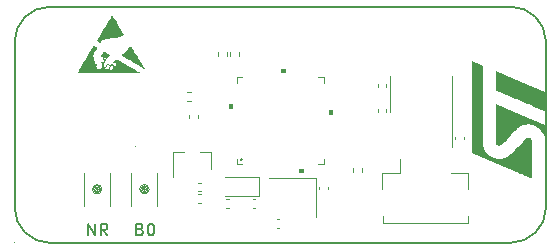
<source format=gbr>
%TF.GenerationSoftware,KiCad,Pcbnew,(7.0.0)*%
%TF.CreationDate,2023-04-19T19:20:55+08:00*%
%TF.ProjectId,Commander,436f6d6d-616e-4646-9572-2e6b69636164,rev?*%
%TF.SameCoordinates,Original*%
%TF.FileFunction,Legend,Top*%
%TF.FilePolarity,Positive*%
%FSLAX46Y46*%
G04 Gerber Fmt 4.6, Leading zero omitted, Abs format (unit mm)*
G04 Created by KiCad (PCBNEW (7.0.0)) date 2023-04-19 19:20:55*
%MOMM*%
%LPD*%
G01*
G04 APERTURE LIST*
%ADD10C,0.200000*%
%ADD11C,0.010050*%
%ADD12C,0.150000*%
%ADD13C,0.120000*%
%ADD14C,0.100000*%
G04 APERTURE END LIST*
D10*
X116800000Y-78675000D02*
X116800000Y-64675000D01*
X161800000Y-64675000D02*
X161800000Y-78675000D01*
X161800000Y-64675000D02*
G75*
G03*
X158800000Y-61675000I-3000000J0D01*
G01*
X119800000Y-61675000D02*
X158800000Y-61675000D01*
X119800000Y-61675000D02*
G75*
G03*
X116800000Y-64675000I0J-3000000D01*
G01*
X158800000Y-81675000D02*
X119800000Y-81675000D01*
X116800000Y-78675000D02*
G75*
G03*
X119800000Y-81675000I3000000J0D01*
G01*
D11*
X116805025Y-81675000D02*
G75*
G03*
X116805025Y-81675000I-5025J0D01*
G01*
D10*
X158800000Y-81675000D02*
G75*
G03*
X161800000Y-78675000I0J3000000D01*
G01*
D12*
X127441428Y-80528571D02*
X127584285Y-80576190D01*
X127584285Y-80576190D02*
X127631904Y-80623809D01*
X127631904Y-80623809D02*
X127679523Y-80719047D01*
X127679523Y-80719047D02*
X127679523Y-80861904D01*
X127679523Y-80861904D02*
X127631904Y-80957142D01*
X127631904Y-80957142D02*
X127584285Y-81004761D01*
X127584285Y-81004761D02*
X127489047Y-81052380D01*
X127489047Y-81052380D02*
X127108095Y-81052380D01*
X127108095Y-81052380D02*
X127108095Y-80052380D01*
X127108095Y-80052380D02*
X127441428Y-80052380D01*
X127441428Y-80052380D02*
X127536666Y-80100000D01*
X127536666Y-80100000D02*
X127584285Y-80147619D01*
X127584285Y-80147619D02*
X127631904Y-80242857D01*
X127631904Y-80242857D02*
X127631904Y-80338095D01*
X127631904Y-80338095D02*
X127584285Y-80433333D01*
X127584285Y-80433333D02*
X127536666Y-80480952D01*
X127536666Y-80480952D02*
X127441428Y-80528571D01*
X127441428Y-80528571D02*
X127108095Y-80528571D01*
X128298571Y-80052380D02*
X128393809Y-80052380D01*
X128393809Y-80052380D02*
X128489047Y-80100000D01*
X128489047Y-80100000D02*
X128536666Y-80147619D01*
X128536666Y-80147619D02*
X128584285Y-80242857D01*
X128584285Y-80242857D02*
X128631904Y-80433333D01*
X128631904Y-80433333D02*
X128631904Y-80671428D01*
X128631904Y-80671428D02*
X128584285Y-80861904D01*
X128584285Y-80861904D02*
X128536666Y-80957142D01*
X128536666Y-80957142D02*
X128489047Y-81004761D01*
X128489047Y-81004761D02*
X128393809Y-81052380D01*
X128393809Y-81052380D02*
X128298571Y-81052380D01*
X128298571Y-81052380D02*
X128203333Y-81004761D01*
X128203333Y-81004761D02*
X128155714Y-80957142D01*
X128155714Y-80957142D02*
X128108095Y-80861904D01*
X128108095Y-80861904D02*
X128060476Y-80671428D01*
X128060476Y-80671428D02*
X128060476Y-80433333D01*
X128060476Y-80433333D02*
X128108095Y-80242857D01*
X128108095Y-80242857D02*
X128155714Y-80147619D01*
X128155714Y-80147619D02*
X128203333Y-80100000D01*
X128203333Y-80100000D02*
X128298571Y-80052380D01*
X123038095Y-81052380D02*
X123038095Y-80052380D01*
X123038095Y-80052380D02*
X123609523Y-81052380D01*
X123609523Y-81052380D02*
X123609523Y-80052380D01*
X124657142Y-81052380D02*
X124323809Y-80576190D01*
X124085714Y-81052380D02*
X124085714Y-80052380D01*
X124085714Y-80052380D02*
X124466666Y-80052380D01*
X124466666Y-80052380D02*
X124561904Y-80100000D01*
X124561904Y-80100000D02*
X124609523Y-80147619D01*
X124609523Y-80147619D02*
X124657142Y-80242857D01*
X124657142Y-80242857D02*
X124657142Y-80385714D01*
X124657142Y-80385714D02*
X124609523Y-80480952D01*
X124609523Y-80480952D02*
X124561904Y-80528571D01*
X124561904Y-80528571D02*
X124466666Y-80576190D01*
X124466666Y-80576190D02*
X124085714Y-80576190D01*
D13*
%TO.C,SW2*%
X126695000Y-78540000D02*
X126695000Y-75740000D01*
X128895000Y-75740000D02*
X128895000Y-78540000D01*
X127795000Y-77140000D02*
G75*
G03*
X127795000Y-77140000I0J0D01*
G01*
X127895000Y-77140000D02*
G75*
G03*
X127895000Y-77140000I-100000J0D01*
G01*
X127995000Y-77140000D02*
G75*
G03*
X127995000Y-77140000I-200000J0D01*
G01*
X128095000Y-77140000D02*
G75*
G03*
X128095000Y-77140000I-300000J0D01*
G01*
X128195000Y-77140000D02*
G75*
G03*
X128195000Y-77140000I-400000J0D01*
G01*
D14*
%TO.C,D3*%
X127020000Y-73520000D02*
G75*
G03*
X127020000Y-73520000I-50000J0D01*
G01*
D13*
%TO.C,R10*%
X146205000Y-75346359D02*
X146205000Y-75653641D01*
X145445000Y-75346359D02*
X145445000Y-75653641D01*
%TO.C,R5*%
X134020000Y-65843641D02*
X134020000Y-65536359D01*
X134780000Y-65843641D02*
X134780000Y-65536359D01*
%TO.C,Y1*%
X142310000Y-79470000D02*
X142310000Y-76170000D01*
X142310000Y-76170000D02*
X138310000Y-76170000D01*
%TO.C,R13*%
X131436359Y-68930001D02*
X131743641Y-68930001D01*
X131436359Y-69690001D02*
X131743641Y-69690001D01*
%TO.C,D1*%
X130240000Y-73950000D02*
X130240000Y-76110000D01*
X130240000Y-73950000D02*
X131170000Y-73950000D01*
X133400000Y-73950000D02*
X133400000Y-75410000D01*
X133400000Y-73950000D02*
X132470000Y-73950000D01*
%TO.C,C13*%
X143320000Y-76942164D02*
X143320000Y-77157836D01*
X142600000Y-76942164D02*
X142600000Y-77157836D01*
%TO.C,C8*%
X147565000Y-70562836D02*
X147565000Y-70347164D01*
X148285000Y-70562836D02*
X148285000Y-70347164D01*
D14*
%TO.C,D7*%
X133045000Y-68310000D02*
G75*
G03*
X133045000Y-68310000I-50000J0D01*
G01*
D13*
%TO.C,R2*%
X132291359Y-77560000D02*
X132598641Y-77560000D01*
X132291359Y-78320000D02*
X132598641Y-78320000D01*
D14*
%TO.C,D2*%
X122857500Y-73560000D02*
G75*
G03*
X122857500Y-73560000I-50000J0D01*
G01*
D13*
%TO.C,C15*%
X136961665Y-77985000D02*
X137193335Y-77985000D01*
X136961665Y-78705000D02*
X137193335Y-78705000D01*
%TO.C,J3*%
X147920000Y-75790000D02*
X147920000Y-77130000D01*
X147970000Y-79390000D02*
X147970000Y-79960000D01*
X147970000Y-79990000D02*
X155220000Y-79990000D01*
X149410000Y-75790000D02*
X147920000Y-75790000D01*
X149410000Y-75790000D02*
X149410000Y-74590000D01*
X153730000Y-75790000D02*
X155220000Y-75790000D01*
X155220000Y-75790000D02*
X155220000Y-77130000D01*
X155220000Y-79990000D02*
X155220000Y-79390000D01*
%TO.C,U3*%
X153810000Y-73575000D02*
X153810000Y-67575000D01*
X148590000Y-70575000D02*
X148590000Y-67575000D01*
%TO.C,G\u002A\u002A\u002A*%
G36*
X125145256Y-62496739D02*
G01*
X125175274Y-62545849D01*
X125223337Y-62624978D01*
X125285530Y-62727661D01*
X125357942Y-62847433D01*
X125436660Y-62977830D01*
X125495901Y-63076086D01*
X125582674Y-63219856D01*
X125671505Y-63366624D01*
X125757117Y-63507699D01*
X125834230Y-63634392D01*
X125897569Y-63738013D01*
X125924412Y-63781682D01*
X125978955Y-63871480D01*
X126024241Y-63948593D01*
X126056061Y-64005663D01*
X126070205Y-64035329D01*
X126070549Y-64037173D01*
X126051861Y-64055789D01*
X126001302Y-64085709D01*
X125926898Y-64123350D01*
X125836673Y-64165131D01*
X125738651Y-64207468D01*
X125640857Y-64246779D01*
X125551316Y-64279481D01*
X125478053Y-64301992D01*
X125476444Y-64302408D01*
X125382290Y-64322883D01*
X125287930Y-64337442D01*
X125214791Y-64342892D01*
X125089494Y-64347898D01*
X124939781Y-64361513D01*
X124782454Y-64381638D01*
X124634308Y-64406171D01*
X124529410Y-64428609D01*
X124367364Y-64479312D01*
X124243375Y-64542620D01*
X124154331Y-64620265D01*
X124131438Y-64650276D01*
X124095291Y-64696212D01*
X124065786Y-64721612D01*
X124058684Y-64723505D01*
X124030444Y-64712569D01*
X123976882Y-64686143D01*
X123909648Y-64649977D01*
X123845976Y-64610191D01*
X123801046Y-64573868D01*
X123784429Y-64548767D01*
X123784448Y-64548475D01*
X123795731Y-64523932D01*
X123826749Y-64467272D01*
X123875042Y-64382716D01*
X123938145Y-64274485D01*
X124013597Y-64146802D01*
X124098935Y-64003886D01*
X124191698Y-63849958D01*
X124197903Y-63839709D01*
X124303829Y-63664775D01*
X124413875Y-63482966D01*
X124523387Y-63301975D01*
X124627711Y-63129498D01*
X124722193Y-62973227D01*
X124802179Y-62840858D01*
X124842839Y-62773521D01*
X125076863Y-62385792D01*
X125145256Y-62496739D01*
G37*
G36*
X126688444Y-65046646D02*
G01*
X126719121Y-65096620D01*
X126762498Y-65168433D01*
X126814078Y-65254685D01*
X126816289Y-65258399D01*
X126875165Y-65356690D01*
X126948737Y-65478559D01*
X127029335Y-65611349D01*
X127109287Y-65742406D01*
X127145387Y-65801316D01*
X127215876Y-65916485D01*
X127284624Y-66029422D01*
X127345992Y-66130823D01*
X127394345Y-66211384D01*
X127416276Y-66248425D01*
X127454633Y-66313086D01*
X127508993Y-66403646D01*
X127573089Y-66509711D01*
X127640650Y-66620887D01*
X127665186Y-66661099D01*
X127724160Y-66758478D01*
X127773804Y-66842078D01*
X127810495Y-66905664D01*
X127830609Y-66943003D01*
X127833213Y-66950214D01*
X127813198Y-66942595D01*
X127765826Y-66918626D01*
X127700654Y-66883183D01*
X127688776Y-66876527D01*
X127525618Y-66784242D01*
X127386603Y-66704397D01*
X127258402Y-66629206D01*
X127127688Y-66550883D01*
X127035101Y-66494628D01*
X126995640Y-66470611D01*
X126956326Y-66446860D01*
X126912406Y-66420569D01*
X126859128Y-66388928D01*
X126791738Y-66349130D01*
X126705486Y-66298366D01*
X126595619Y-66233829D01*
X126457383Y-66152710D01*
X126330170Y-66078090D01*
X126204229Y-66004680D01*
X126090102Y-65939025D01*
X125993010Y-65884059D01*
X125918175Y-65842715D01*
X125870818Y-65817925D01*
X125856448Y-65811962D01*
X125837186Y-65802273D01*
X125855027Y-65773820D01*
X125909315Y-65727525D01*
X125924561Y-65716153D01*
X125984163Y-65666878D01*
X126058839Y-65597030D01*
X126141427Y-65514265D01*
X126224765Y-65426236D01*
X126301692Y-65340597D01*
X126365046Y-65265003D01*
X126407667Y-65207108D01*
X126418460Y-65188270D01*
X126463844Y-65127320D01*
X126541083Y-65076157D01*
X126559363Y-65067249D01*
X126619380Y-65041235D01*
X126661860Y-65026750D01*
X126674966Y-65025912D01*
X126688444Y-65046646D01*
G37*
G36*
X124086825Y-66221900D02*
G01*
X124152592Y-66221900D01*
X124155130Y-66284680D01*
X124163576Y-66325841D01*
X124179777Y-66355836D01*
X124198442Y-66377625D01*
X124244919Y-66416100D01*
X124280878Y-66415251D01*
X124314128Y-66374191D01*
X124319712Y-66363843D01*
X124336345Y-66295873D01*
X124333033Y-66227866D01*
X124327777Y-66174527D01*
X124323726Y-66095304D01*
X124321082Y-66002820D01*
X124321061Y-66000968D01*
X124351140Y-66000968D01*
X124367871Y-66058509D01*
X124399139Y-66104033D01*
X124439948Y-66129065D01*
X124485302Y-66125129D01*
X124512180Y-66105776D01*
X124536438Y-66054018D01*
X124528986Y-65988374D01*
X124491913Y-65920857D01*
X124477085Y-65903856D01*
X124437821Y-65864714D01*
X124414666Y-65853682D01*
X124394413Y-65867986D01*
X124381276Y-65883737D01*
X124353942Y-65939886D01*
X124351140Y-66000968D01*
X124321061Y-66000968D01*
X124320049Y-65909701D01*
X124320832Y-65828571D01*
X124321678Y-65811521D01*
X124520548Y-65811521D01*
X124523388Y-65873060D01*
X124549448Y-65928927D01*
X124559020Y-65939707D01*
X124602916Y-65973868D01*
X124635150Y-65981194D01*
X124646245Y-65966321D01*
X124647945Y-65937619D01*
X124650117Y-65880832D01*
X124651568Y-65833552D01*
X124650822Y-65763092D01*
X124641944Y-65725284D01*
X124622503Y-65710582D01*
X124620154Y-65710066D01*
X124572051Y-65718305D01*
X124537809Y-65756030D01*
X124520548Y-65811521D01*
X124321678Y-65811521D01*
X124323635Y-65772055D01*
X124325455Y-65758735D01*
X124328815Y-65708528D01*
X124326734Y-65695818D01*
X124390272Y-65695818D01*
X124401583Y-65749063D01*
X124413735Y-65764615D01*
X124446843Y-65777222D01*
X124475980Y-65755435D01*
X124493292Y-65707265D01*
X124495147Y-65681610D01*
X124483663Y-65633135D01*
X124453574Y-65621228D01*
X124414242Y-65645893D01*
X124390272Y-65695818D01*
X124326734Y-65695818D01*
X124321481Y-65663737D01*
X124306574Y-65641886D01*
X124304613Y-65641635D01*
X124274077Y-65659385D01*
X124236631Y-65704044D01*
X124200517Y-65762726D01*
X124173976Y-65822546D01*
X124165403Y-65859281D01*
X124162056Y-65912032D01*
X124158451Y-65993074D01*
X124155189Y-66088123D01*
X124154110Y-66127049D01*
X124152592Y-66221900D01*
X124086825Y-66221900D01*
X124086856Y-66208244D01*
X124092653Y-66126556D01*
X124099912Y-66046067D01*
X124122557Y-65801128D01*
X124233900Y-65653488D01*
X124285297Y-65584094D01*
X124326305Y-65526408D01*
X124350384Y-65489719D01*
X124353721Y-65483255D01*
X124376157Y-65478441D01*
X124425943Y-65496264D01*
X124455286Y-65511120D01*
X124606252Y-65594557D01*
X124722744Y-65662461D01*
X124803648Y-65714135D01*
X124847847Y-65748879D01*
X124856370Y-65762144D01*
X124843803Y-65786369D01*
X124808639Y-65837173D01*
X124755457Y-65908355D01*
X124688839Y-65993716D01*
X124644648Y-66048758D01*
X124547523Y-66171683D01*
X124475503Y-66272333D01*
X124424401Y-66359339D01*
X124390026Y-66441330D01*
X124368192Y-66526935D01*
X124354708Y-66624784D01*
X124352235Y-66651206D01*
X124346425Y-66728047D01*
X124346902Y-66770675D01*
X124355138Y-66787184D01*
X124372601Y-66785668D01*
X124376401Y-66784274D01*
X124424337Y-66771803D01*
X124443114Y-66770051D01*
X124472310Y-66752821D01*
X124503273Y-66710929D01*
X124505473Y-66706796D01*
X124564659Y-66621337D01*
X124633837Y-66570223D01*
X124692179Y-66557142D01*
X124778176Y-66573470D01*
X124850121Y-66616773D01*
X124870402Y-66639173D01*
X124883208Y-66646664D01*
X124904708Y-66640330D01*
X124938982Y-66616916D01*
X124990108Y-66573167D01*
X125019939Y-66545291D01*
X125137617Y-66545291D01*
X125168970Y-66614972D01*
X125187388Y-66638765D01*
X125249237Y-66687160D01*
X125315768Y-66694996D01*
X125378272Y-66663966D01*
X125397993Y-66625931D01*
X125408806Y-66562828D01*
X125410293Y-66491316D01*
X125402037Y-66428052D01*
X125385105Y-66391073D01*
X125333530Y-66367170D01*
X125268020Y-66378141D01*
X125199379Y-66420644D01*
X125147686Y-66481730D01*
X125137617Y-66545291D01*
X125019939Y-66545291D01*
X125062166Y-66505831D01*
X125159237Y-66411652D01*
X125175020Y-66396173D01*
X125264341Y-66308517D01*
X125342899Y-66231462D01*
X125405759Y-66169844D01*
X125447988Y-66128499D01*
X125464590Y-66112323D01*
X125485548Y-66117371D01*
X125508724Y-66133614D01*
X125546022Y-66159927D01*
X125605908Y-66197201D01*
X125657426Y-66227134D01*
X125709300Y-66256743D01*
X125790758Y-66303742D01*
X125894652Y-66363984D01*
X126013834Y-66433321D01*
X126141154Y-66507603D01*
X126192245Y-66537471D01*
X126316095Y-66609909D01*
X126430203Y-66676635D01*
X126528549Y-66734128D01*
X126605111Y-66778870D01*
X126653868Y-66807340D01*
X126665731Y-66814252D01*
X126712291Y-66842485D01*
X126740249Y-66861016D01*
X126767767Y-66878793D01*
X126819898Y-66910658D01*
X126887242Y-66951054D01*
X126960400Y-66994424D01*
X127029974Y-67035212D01*
X127086565Y-67067860D01*
X127120774Y-67086811D01*
X127126539Y-67089414D01*
X127146006Y-67099725D01*
X127193619Y-67127454D01*
X127261201Y-67167795D01*
X127307628Y-67195868D01*
X127482898Y-67302322D01*
X122106930Y-67302322D01*
X122158337Y-67211836D01*
X122181218Y-67172774D01*
X122223309Y-67102138D01*
X122281711Y-67004745D01*
X122353524Y-66885413D01*
X122435849Y-66748961D01*
X122525788Y-66600207D01*
X122609912Y-66461333D01*
X122714736Y-66288372D01*
X122823796Y-66108300D01*
X122932329Y-65928986D01*
X123035575Y-65758299D01*
X123128774Y-65604108D01*
X123207164Y-65474284D01*
X123241059Y-65418081D01*
X123311159Y-65301910D01*
X123374654Y-65196949D01*
X123427956Y-65109106D01*
X123467478Y-65044289D01*
X123489632Y-65008408D01*
X123492222Y-65004370D01*
X123508965Y-64991321D01*
X123538202Y-64994070D01*
X123588585Y-65014861D01*
X123647155Y-65044533D01*
X123716275Y-65081623D01*
X123770556Y-65112328D01*
X123798781Y-65130291D01*
X123799346Y-65130775D01*
X123799889Y-65150059D01*
X123782033Y-65192989D01*
X123744372Y-65262068D01*
X123685501Y-65359799D01*
X123604016Y-65488687D01*
X123561585Y-65554450D01*
X123521532Y-65622229D01*
X123493841Y-65687331D01*
X123478839Y-65755860D01*
X123476854Y-65833922D01*
X123488212Y-65927624D01*
X123513242Y-66043071D01*
X123552270Y-66186370D01*
X123604829Y-66361051D01*
X123635073Y-66457492D01*
X123657058Y-66519920D01*
X123674823Y-66555090D01*
X123692406Y-66569758D01*
X123713847Y-66570678D01*
X123728479Y-66567831D01*
X123786319Y-66570505D01*
X123823755Y-66598917D01*
X123844785Y-66632148D01*
X123835667Y-66642333D01*
X123804902Y-66624294D01*
X123795920Y-66615870D01*
X123766667Y-66606070D01*
X123742577Y-66631141D01*
X123729743Y-66683380D01*
X123729002Y-66700425D01*
X123737816Y-66759013D01*
X123760494Y-66825911D01*
X123790372Y-66885900D01*
X123820788Y-66923759D01*
X123828838Y-66928456D01*
X123874164Y-66926503D01*
X123910122Y-66891237D01*
X123924338Y-66848345D01*
X123931458Y-66828247D01*
X123945563Y-66839361D01*
X123970489Y-66885469D01*
X123978165Y-66901443D01*
X124016821Y-66974685D01*
X124048474Y-67011407D01*
X124078939Y-67015695D01*
X124110784Y-66994625D01*
X124154429Y-66929976D01*
X124160187Y-66910501D01*
X124498463Y-66910501D01*
X124500103Y-66960973D01*
X124502746Y-66972052D01*
X124532425Y-66995693D01*
X124588546Y-67003729D01*
X124657615Y-66995330D01*
X124694911Y-66983910D01*
X124760891Y-66936929D01*
X124770391Y-66921214D01*
X124857092Y-66921214D01*
X124875418Y-66962993D01*
X124921948Y-66990144D01*
X124984002Y-66999961D01*
X125048906Y-66989735D01*
X125087521Y-66970429D01*
X125114549Y-66946219D01*
X125128048Y-66913904D01*
X125131335Y-66860626D01*
X125129517Y-66807639D01*
X125118217Y-66713518D01*
X125095045Y-66659875D01*
X125059332Y-66646106D01*
X125010411Y-66671608D01*
X124994367Y-66685600D01*
X124950202Y-66736633D01*
X124906896Y-66801975D01*
X124873073Y-66866825D01*
X124857356Y-66916382D01*
X124857092Y-66921214D01*
X124770391Y-66921214D01*
X124809789Y-66856044D01*
X124835949Y-66758425D01*
X124842730Y-66700000D01*
X124835599Y-66669065D01*
X124808393Y-66651239D01*
X124786536Y-66643166D01*
X124722915Y-66625122D01*
X124676316Y-66628010D01*
X124629040Y-66655753D01*
X124592818Y-66686108D01*
X124536346Y-66749621D01*
X124508394Y-66823608D01*
X124504536Y-66845528D01*
X124498463Y-66910501D01*
X124160187Y-66910501D01*
X124182084Y-66836436D01*
X124193426Y-66724709D01*
X124188130Y-66605500D01*
X124165873Y-66489512D01*
X124129017Y-66392636D01*
X124106940Y-66347241D01*
X124093132Y-66308261D01*
X124086726Y-66265371D01*
X124086825Y-66221900D01*
G37*
%TO.C,Y2*%
X137485000Y-77720000D02*
X137485000Y-76120000D01*
X137485000Y-76120000D02*
X134635000Y-76120000D01*
X134635000Y-77720000D02*
X137485000Y-77720000D01*
%TO.C,G\u002A\u002A\u002A*%
G36*
X159650398Y-68044760D02*
G01*
X161736219Y-68945434D01*
X161738780Y-69748899D01*
X161739227Y-69894564D01*
X161739561Y-70021503D01*
X161739759Y-70130988D01*
X161739796Y-70224293D01*
X161739649Y-70302690D01*
X161739294Y-70367453D01*
X161738706Y-70419856D01*
X161737862Y-70461171D01*
X161736738Y-70492671D01*
X161735309Y-70515629D01*
X161733553Y-70531320D01*
X161731445Y-70541015D01*
X161728960Y-70545988D01*
X161726076Y-70547512D01*
X161723774Y-70547199D01*
X161712318Y-70542583D01*
X161683589Y-70530485D01*
X161638589Y-70511338D01*
X161578318Y-70485573D01*
X161503774Y-70453623D01*
X161415960Y-70415920D01*
X161315874Y-70372896D01*
X161204517Y-70324984D01*
X161082889Y-70272614D01*
X160951991Y-70216221D01*
X160812822Y-70156234D01*
X160666382Y-70093088D01*
X160513672Y-70027214D01*
X160355693Y-69959044D01*
X160193443Y-69889010D01*
X160027923Y-69817545D01*
X159860134Y-69745080D01*
X159691076Y-69672048D01*
X159521748Y-69598881D01*
X159353151Y-69526011D01*
X159186285Y-69453871D01*
X159022151Y-69382891D01*
X158861748Y-69313506D01*
X158706076Y-69246145D01*
X158556136Y-69181243D01*
X158412928Y-69119231D01*
X158277452Y-69060541D01*
X158150708Y-69005605D01*
X158033697Y-68954855D01*
X157927418Y-68908725D01*
X157832872Y-68867645D01*
X157751058Y-68832047D01*
X157682978Y-68802365D01*
X157629631Y-68779030D01*
X157592017Y-68762475D01*
X157571136Y-68753131D01*
X157567018Y-68751136D01*
X157565870Y-68740235D01*
X157564838Y-68710850D01*
X157563932Y-68664495D01*
X157563160Y-68602686D01*
X157562531Y-68526937D01*
X157562056Y-68438764D01*
X157561743Y-68339681D01*
X157561603Y-68231204D01*
X157561644Y-68114848D01*
X157561875Y-67992127D01*
X157562016Y-67943983D01*
X157564577Y-67144085D01*
X159650398Y-68044760D01*
G37*
G36*
X159652899Y-70823470D02*
G01*
X161741221Y-71724244D01*
X161740820Y-72129622D01*
X161740618Y-72233235D01*
X161740192Y-72318685D01*
X161739478Y-72387808D01*
X161738410Y-72442441D01*
X161736923Y-72484419D01*
X161734952Y-72515579D01*
X161732433Y-72537757D01*
X161729300Y-72552790D01*
X161725495Y-72562500D01*
X161704710Y-72584727D01*
X161678843Y-72588863D01*
X161651842Y-72574662D01*
X161644734Y-72567500D01*
X161630964Y-72547048D01*
X161613779Y-72514750D01*
X161596825Y-72477476D01*
X161596310Y-72476238D01*
X161564256Y-72410345D01*
X161520200Y-72336130D01*
X161467469Y-72258124D01*
X161409392Y-72180856D01*
X161349296Y-72108857D01*
X161290510Y-72046657D01*
X161259763Y-72018108D01*
X161146169Y-71925932D01*
X161034147Y-71850137D01*
X160919354Y-71787999D01*
X160832849Y-71750306D01*
X160680271Y-71698717D01*
X160526915Y-71664127D01*
X160375487Y-71646962D01*
X160228697Y-71647653D01*
X160198995Y-71650079D01*
X160126922Y-71659632D01*
X160044395Y-71674882D01*
X159958251Y-71694235D01*
X159875327Y-71716098D01*
X159802460Y-71738876D01*
X159774868Y-71748963D01*
X159703975Y-71780256D01*
X159625352Y-71821225D01*
X159545485Y-71868043D01*
X159470860Y-71916880D01*
X159407962Y-71963909D01*
X159401073Y-71969617D01*
X159382743Y-71986390D01*
X159351692Y-72016468D01*
X159309038Y-72058712D01*
X159255901Y-72111984D01*
X159193399Y-72175147D01*
X159122652Y-72247062D01*
X159044780Y-72326592D01*
X158960901Y-72412598D01*
X158872135Y-72503944D01*
X158779600Y-72599489D01*
X158684417Y-72698098D01*
X158677312Y-72705472D01*
X158561712Y-72825346D01*
X158459119Y-72931463D01*
X158368777Y-73024583D01*
X158289928Y-73105464D01*
X158221814Y-73174863D01*
X158163676Y-73233539D01*
X158114759Y-73282251D01*
X158074303Y-73321755D01*
X158041551Y-73352812D01*
X158015745Y-73376178D01*
X157996128Y-73392612D01*
X157981942Y-73402872D01*
X157978045Y-73405185D01*
X157947000Y-73420714D01*
X157919672Y-73429433D01*
X157888000Y-73433085D01*
X157847334Y-73433458D01*
X157767837Y-73424416D01*
X157700418Y-73399501D01*
X157645241Y-73358822D01*
X157602469Y-73302489D01*
X157580578Y-73255366D01*
X157559515Y-73199091D01*
X157564577Y-69922695D01*
X159652899Y-70823470D01*
G37*
G36*
X155544989Y-66278341D02*
G01*
X155573346Y-66290431D01*
X155616390Y-66308862D01*
X155672279Y-66332840D01*
X155739171Y-66361577D01*
X155815222Y-66394280D01*
X155898592Y-66430158D01*
X155987438Y-66468421D01*
X155993355Y-66470970D01*
X156439133Y-66663031D01*
X156439133Y-69970206D01*
X156439127Y-70278552D01*
X156439113Y-70567556D01*
X156439101Y-70837873D01*
X156439101Y-71090162D01*
X156439122Y-71325078D01*
X156439174Y-71543280D01*
X156439267Y-71745423D01*
X156439409Y-71932165D01*
X156439611Y-72104163D01*
X156439882Y-72262074D01*
X156440231Y-72406554D01*
X156440668Y-72538262D01*
X156441202Y-72657853D01*
X156441843Y-72765985D01*
X156442601Y-72863315D01*
X156443485Y-72950500D01*
X156444504Y-73028196D01*
X156445669Y-73097061D01*
X156446988Y-73157752D01*
X156448471Y-73210926D01*
X156450127Y-73257239D01*
X156451967Y-73297349D01*
X156453999Y-73331912D01*
X156456233Y-73361586D01*
X156458679Y-73387028D01*
X156461346Y-73408894D01*
X156464244Y-73427842D01*
X156467382Y-73444529D01*
X156470769Y-73459611D01*
X156474416Y-73473745D01*
X156478331Y-73487589D01*
X156482525Y-73501799D01*
X156487007Y-73517033D01*
X156490695Y-73530000D01*
X156513722Y-73600605D01*
X156545395Y-73680706D01*
X156582708Y-73763541D01*
X156622657Y-73842346D01*
X156653259Y-73895920D01*
X156741811Y-74022918D01*
X156846340Y-74140423D01*
X156963986Y-74245671D01*
X157091883Y-74335898D01*
X157136020Y-74362000D01*
X157255726Y-74423984D01*
X157374571Y-74473569D01*
X157499703Y-74513434D01*
X157614596Y-74541301D01*
X157660097Y-74547936D01*
X157720416Y-74552279D01*
X157790501Y-74554383D01*
X157865301Y-74554303D01*
X157939765Y-74552093D01*
X158008841Y-74547806D01*
X158067476Y-74541496D01*
X158098489Y-74536146D01*
X158199693Y-74510925D01*
X158302436Y-74478934D01*
X158399661Y-74442596D01*
X158484310Y-74404334D01*
X158488212Y-74402350D01*
X158520797Y-74385448D01*
X158551158Y-74368970D01*
X158580286Y-74351999D01*
X158609170Y-74333619D01*
X158638799Y-74312915D01*
X158670163Y-74288970D01*
X158704251Y-74260867D01*
X158742054Y-74227691D01*
X158784560Y-74188526D01*
X158832759Y-74142456D01*
X158887641Y-74088563D01*
X158950195Y-74025933D01*
X159021410Y-73953649D01*
X159102277Y-73870795D01*
X159193784Y-73776455D01*
X159296922Y-73669712D01*
X159412679Y-73549651D01*
X159441247Y-73520000D01*
X159553836Y-73403185D01*
X159653479Y-73299935D01*
X159741065Y-73209372D01*
X159817482Y-73130612D01*
X159883619Y-73062774D01*
X159940363Y-73004976D01*
X159988605Y-72956337D01*
X160029231Y-72915975D01*
X160063131Y-72883009D01*
X160091193Y-72856557D01*
X160114306Y-72835737D01*
X160133358Y-72819667D01*
X160149238Y-72807467D01*
X160162833Y-72798254D01*
X160175034Y-72791147D01*
X160176650Y-72790286D01*
X160214418Y-72771624D01*
X160244476Y-72761300D01*
X160276100Y-72757079D01*
X160316175Y-72756692D01*
X160391707Y-72766170D01*
X160456693Y-72792388D01*
X160511687Y-72835720D01*
X160557240Y-72896543D01*
X160576636Y-72933605D01*
X160600576Y-72985000D01*
X160600674Y-74607500D01*
X160600632Y-74800224D01*
X160600484Y-74984621D01*
X160600236Y-75159814D01*
X160599892Y-75324928D01*
X160599458Y-75479087D01*
X160598937Y-75621414D01*
X160598334Y-75751033D01*
X160597655Y-75867069D01*
X160596904Y-75968644D01*
X160596086Y-76054884D01*
X160595205Y-76124911D01*
X160594266Y-76177851D01*
X160593274Y-76212825D01*
X160592234Y-76228960D01*
X160591888Y-76230000D01*
X160582064Y-76226097D01*
X160554610Y-76214599D01*
X160510271Y-76195827D01*
X160449790Y-76170099D01*
X160373914Y-76137735D01*
X160283386Y-76099054D01*
X160178952Y-76054376D01*
X160061357Y-76004020D01*
X159931344Y-75948305D01*
X159789659Y-75887552D01*
X159637047Y-75822078D01*
X159474252Y-75752204D01*
X159302020Y-75678249D01*
X159121094Y-75600532D01*
X158932220Y-75519373D01*
X158736143Y-75435092D01*
X158533607Y-75348006D01*
X158325356Y-75258436D01*
X158112137Y-75166702D01*
X158053389Y-75141422D01*
X155523773Y-74052843D01*
X155521259Y-70160347D01*
X155521049Y-69824680D01*
X155520867Y-69508453D01*
X155520714Y-69211106D01*
X155520593Y-68932081D01*
X155520504Y-68670816D01*
X155520449Y-68426753D01*
X155520431Y-68199331D01*
X155520451Y-67987991D01*
X155520510Y-67792173D01*
X155520611Y-67611317D01*
X155520754Y-67444865D01*
X155520943Y-67292255D01*
X155521178Y-67152928D01*
X155521462Y-67026325D01*
X155521795Y-66911885D01*
X155522180Y-66809049D01*
X155522618Y-66717258D01*
X155523112Y-66635951D01*
X155523662Y-66564568D01*
X155524271Y-66502551D01*
X155524940Y-66449339D01*
X155525670Y-66404373D01*
X155526465Y-66367092D01*
X155527325Y-66336938D01*
X155528252Y-66313350D01*
X155529248Y-66295768D01*
X155530314Y-66283634D01*
X155531452Y-66276386D01*
X155532665Y-66273466D01*
X155533161Y-66273380D01*
X155544989Y-66278341D01*
G37*
%TO.C,R3*%
X132370000Y-70816359D02*
X132370000Y-71123641D01*
X131610000Y-70816359D02*
X131610000Y-71123641D01*
%TO.C,U1*%
X135617000Y-75035000D02*
X136089860Y-75035000D01*
X142510140Y-75035000D02*
X142983000Y-75035000D01*
X142983000Y-75035000D02*
X142983000Y-74562140D01*
X135617000Y-74562140D02*
X135617000Y-75035000D01*
X142983000Y-68141860D02*
X142983000Y-67669000D01*
X135617000Y-67669000D02*
X135617000Y-68141860D01*
X136089860Y-67669000D02*
X135617000Y-67669000D01*
X142983000Y-67669000D02*
X142510140Y-67669000D01*
X136000000Y-74652000D02*
G75*
G03*
X136000000Y-74652000I0J0D01*
G01*
X136100000Y-74652000D02*
G75*
G03*
X136100000Y-74652000I-100000J0D01*
G01*
G36*
X141240499Y-75715999D02*
G01*
X140859499Y-75715999D01*
X140859499Y-75461999D01*
X141240499Y-75461999D01*
X141240499Y-75715999D01*
G37*
D14*
X141240499Y-75715999D02*
X140859499Y-75715999D01*
X140859499Y-75461999D01*
X141240499Y-75461999D01*
X141240499Y-75715999D01*
G36*
X143663999Y-70792499D02*
G01*
X143409999Y-70792499D01*
X143409999Y-70411499D01*
X143663999Y-70411499D01*
X143663999Y-70792499D01*
G37*
X143663999Y-70792499D02*
X143409999Y-70792499D01*
X143409999Y-70411499D01*
X143663999Y-70411499D01*
X143663999Y-70792499D01*
G36*
X135190001Y-70292500D02*
G01*
X134936001Y-70292500D01*
X134936001Y-69911500D01*
X135190001Y-69911500D01*
X135190001Y-70292500D01*
G37*
X135190001Y-70292500D02*
X134936001Y-70292500D01*
X134936001Y-69911500D01*
X135190001Y-69911500D01*
X135190001Y-70292500D01*
G36*
X139740500Y-67242001D02*
G01*
X139359499Y-67242001D01*
X139359499Y-66988001D01*
X139740500Y-66988001D01*
X139740500Y-67242001D01*
G37*
X139740500Y-67242001D02*
X139359499Y-67242001D01*
X139359499Y-66988001D01*
X139740500Y-66988001D01*
X139740500Y-67242001D01*
D13*
%TO.C,C17*%
X154115000Y-72915835D02*
X154115000Y-72684165D01*
X154835000Y-72915835D02*
X154835000Y-72684165D01*
%TO.C,C16*%
X148285000Y-68266665D02*
X148285000Y-68498335D01*
X147565000Y-68266665D02*
X147565000Y-68498335D01*
%TO.C,C11*%
X132582836Y-77310000D02*
X132367164Y-77310000D01*
X132582836Y-76590000D02*
X132367164Y-76590000D01*
%TO.C,SW1*%
X122695000Y-78540000D02*
X122695000Y-75740000D01*
X124895000Y-75740000D02*
X124895000Y-78540000D01*
X123795000Y-77140000D02*
G75*
G03*
X123795000Y-77140000I0J0D01*
G01*
X123895000Y-77140000D02*
G75*
G03*
X123895000Y-77140000I-100000J0D01*
G01*
X123995000Y-77140000D02*
G75*
G03*
X123995000Y-77140000I-200000J0D01*
G01*
X124095000Y-77140000D02*
G75*
G03*
X124095000Y-77140000I-300000J0D01*
G01*
X124195000Y-77140000D02*
G75*
G03*
X124195000Y-77140000I-400000J0D01*
G01*
%TO.C,R4*%
X135020000Y-65843641D02*
X135020000Y-65536359D01*
X135780000Y-65843641D02*
X135780000Y-65536359D01*
%TO.C,C14*%
X134960835Y-78705000D02*
X134729165Y-78705000D01*
X134960835Y-77985000D02*
X134729165Y-77985000D01*
%TO.C,C12*%
X139002164Y-79685000D02*
X139217836Y-79685000D01*
X139002164Y-80405000D02*
X139217836Y-80405000D01*
D14*
%TO.C,D6*%
X144875000Y-74060000D02*
G75*
G03*
X144875000Y-74060000I-50000J0D01*
G01*
%TD*%
M02*

</source>
